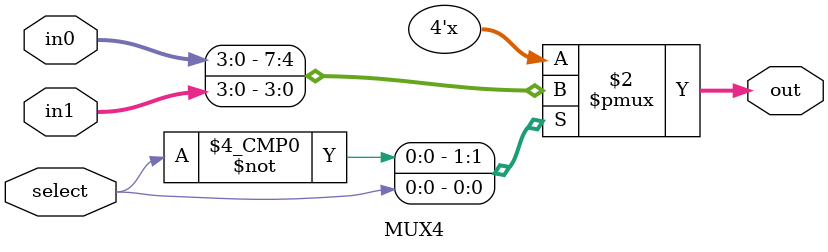
<source format=v>


module MUX4 (in0, in1, select, out);
    input[3:0] in0;
    input[3:0] in1;
    input select;
    output reg[3:0] out;
    
    always @(in0 or in1 or select)
        begin
        case(select)
        0 : out = in0;
        1 : out = in1;
        default: out = in0;
        endcase
        end
        
endmodule


</source>
